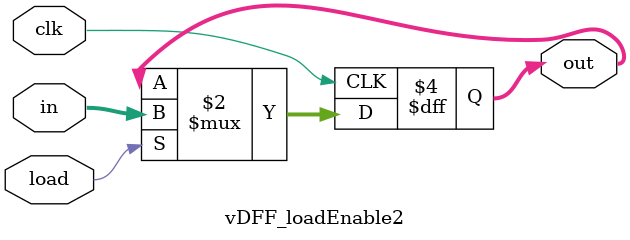
<source format=sv>
`define MNONE 2'b00
`define MREAD 2'b01
`define MWRITE 2'b10

module lab7bonus_top(KEY,SW,LEDR,HEX0,HEX1,HEX2,HEX3,HEX4,HEX5,CLOCK_50);
  input [3:0] KEY;
  input [9:0] SW;
  output [9:0] LEDR;
  output [6:0] HEX0, HEX1, HEX2, HEX3, HEX4, HEX5;
  input CLOCK_50;

  //cpu and mem connections
  wire clk, reset, load;
  wire N,V,Z;
  wire [15:0] read_data;
  wire [15:0] write_data;
  wire [8:0] mem_addr;
  wire [1:0] mem_cmd;
  wire [15:0] dout;
  //wire led_on; // external LEDR[8] signal for HALT state

  //cpu instance
  // clk isn't negated here - is that correct
  cpu CPU (.clk(~CLOCK_50),.reset(~KEY[1]),.load(load),.N(N),.V(V),.Z(Z),
           .mem_cmd(mem_cmd), .mem_addr(mem_addr), 
           .read_data(read_data), .write_data(write_data),
           .led_on(LEDR[8]));

  //equality check module for tri_state sel
  wire msel;
  equality1 E1 (.a1(1'b0), .a2(mem_addr[8:8]), .equal(msel));

  //equality check module for MREAD
  wire eread;
  equality2 E2 (.a1(`MREAD), .a2(mem_cmd), .equal(eread));

  //equality check module for MREAD
  wire ewrite;
  equality2 E3 (.a1(`MWRITE), .a2(mem_cmd), .equal(ewrite));

  //tri-state driver instance
  tri_state TRI_DOUT (.in(dout), .enable(msel & eread), .out(read_data));

  //ram instance
  RAM MEM(.clk(~CLOCK_50),.read_address(mem_addr[7:0]),.write_address(mem_addr[7:0]),.write(msel & ewrite),.din(write_data),.dout(dout));

  //switch combinational circuit connections and instance
  wire sw_enable;

  sw_comb SW_ENABLE(.comp(9'h140),.mem_addr(mem_addr),.mem_cmd(mem_cmd),.enable(sw_enable));

  //tri-state drivers for switches

  tri_state_8 TSW1 (.in(8'h00), .out(read_data[15:8]), .enable(sw_enable));
  tri_state_8 TSW2 (.in(SW[7:0]), .out(read_data[7:0]), .enable(sw_enable));

  //led combinational circuit connections and instance
  wire led_load;

  led_comb LED_COMB (.comp(9'h100), .mem_addr(mem_addr), .mem_cmd(mem_cmd), .load(led_load));

  //led load enable reg
  vDFF_loadEnable2 LED_LOAD (.clk(~CLOCK_50), .load(led_load), .in(write_data[7:0]), .out(LEDR[7:0]));

endmodule



// To ensure Quartus uses the embedded MLAB memory blocks inside the Cyclone
// V on your DE1-SoC we follow the coding style from in Altera's Quartus II
// Handbook (QII5V1 2015.05.04) in Chapter 12, “Recommended HDL Coding Style”
//
// 1. "Example 12-11: Verilog Single Clock Simple Dual-Port Synchronous RAM 
//     with Old Data Read-During-Write Behavior" 
// 2. "Example 12-29: Verilog HDL RAM Initialized with the readmemb Command"

module RAM(clk,read_address,write_address,write,din,dout);
  parameter data_width = 16;
  parameter addr_width = 8;
  parameter filename = "data_fig4.txt";

  input clk;
  input [addr_width-1:0] read_address, write_address;
  input write;
  input [data_width-1:0] din;
  output [data_width-1:0] dout;
  reg [data_width-1:0] dout;

  reg [data_width-1:0] mem [2**addr_width-1:0];

  initial $readmemb(filename, mem);

  always @(posedge clk) begin
    if (write)
      mem[write_address] <= din;
    dout <= mem[read_address]; // dout doesn't get din in this clock cycle 
                               // (this is due to Verilog non-blocking assignment "<=")
  end 
endmodule

//tri-state driver
module tri_state (in, enable, out);
  input [15:0] in;
  input enable;
  output [15:0] out;

  assign out = enable ? in : {16{1'bz}};
endmodule

//checks for equatlity
module equality1 (a1, a2, equal);
  input a1, a2;
  output reg equal;

  always_comb begin
    if (a1 == a2)begin
      equal = 1;
    end
    else begin
      equal = 0;
    end
  end
endmodule 

module equality2 (a1, a2, equal);
  input [1: 0] a1, a2;
  output reg equal;

  always_comb begin
    if (a1 == a2)begin
      equal = 1;
    end
    else begin
      equal = 0;
    end
  end
endmodule 

module led_comb (comp, mem_addr, mem_cmd, load);
  input [8:0] comp, mem_addr;
  input [1:0] mem_cmd;
  output reg load;

  always_comb begin
    case({mem_addr,mem_cmd})
    {comp,`MWRITE}: load = 1'b1;
    default: load = 1'b0;
    endcase
  end
endmodule

module sw_comb (comp, mem_addr, mem_cmd, enable);
  input [8:0] comp, mem_addr;
  input [1:0] mem_cmd;
  output reg enable;

  always_comb begin
    case({mem_addr,mem_cmd})
    {comp,`MREAD}: enable = 1'b1;
    default: enable = 1'b0;
    endcase
  end
endmodule

module tri_state_8 (in, enable, out);
  input [7:0] in;
  input enable;
  output [7:0] out;

  assign out = enable ? in : {8{1'bz}};
endmodule

module vDFF_loadEnable2(clk, load, in, out);
  input clk;
  input load;
  input [8:0] in;
  output [8:0] out; //Why is there a bit number discrepancy?
  reg [8:0] out;

  always_ff @(posedge clk) begin
    if(load) begin
        out <= in; //should we make it non-blocking as we might use multiple registers in the topmodule 
    end
    
  end
endmodule
</source>
